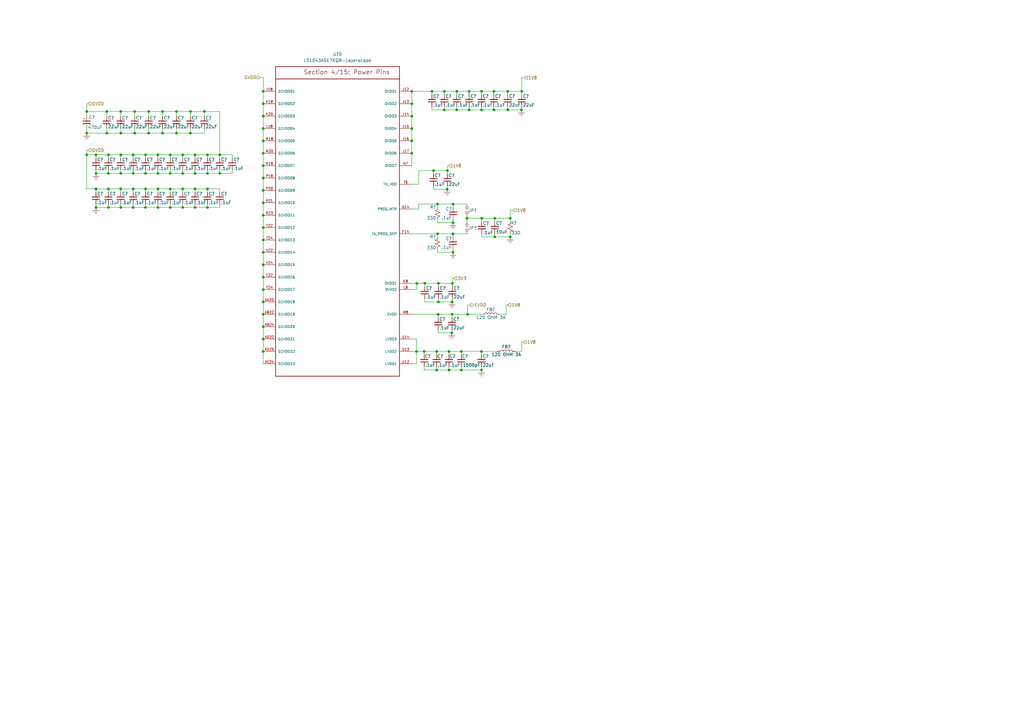
<source format=kicad_sch>
(kicad_sch (version 20200828) (generator eeschema)
  (page 6 9)
  (paper "A3")
  (junction (at 35.56 45.72) (diameter 0.9144))
  (junction (at 35.56 54.61) (diameter 0.9144))
  (junction (at 35.56 63.5) (diameter 0.9144))
  (junction (at 39.37 63.5) (diameter 0.9144))
  (junction (at 39.37 71.12) (diameter 0.9144))
  (junction (at 39.37 77.47) (diameter 0.9144))
  (junction (at 39.37 85.09) (diameter 0.9144))
  (junction (at 43.815 45.72) (diameter 0.9144))
  (junction (at 43.815 54.61) (diameter 0.9144))
  (junction (at 44.45 63.5) (diameter 0.9144))
  (junction (at 44.45 71.12) (diameter 0.9144))
  (junction (at 44.45 77.47) (diameter 0.9144))
  (junction (at 44.45 85.09) (diameter 0.9144))
  (junction (at 49.53 45.72) (diameter 0.9144))
  (junction (at 49.53 54.61) (diameter 0.9144))
  (junction (at 49.53 63.5) (diameter 0.9144))
  (junction (at 49.53 71.12) (diameter 0.9144))
  (junction (at 49.53 77.47) (diameter 0.9144))
  (junction (at 49.53 85.09) (diameter 0.9144))
  (junction (at 54.61 63.5) (diameter 0.9144))
  (junction (at 54.61 71.12) (diameter 0.9144))
  (junction (at 54.61 77.47) (diameter 0.9144))
  (junction (at 54.61 85.09) (diameter 0.9144))
  (junction (at 55.245 45.72) (diameter 0.9144))
  (junction (at 55.245 54.61) (diameter 0.9144))
  (junction (at 59.69 63.5) (diameter 0.9144))
  (junction (at 59.69 71.12) (diameter 0.9144))
  (junction (at 59.69 77.47) (diameter 0.9144))
  (junction (at 59.69 85.09) (diameter 0.9144))
  (junction (at 60.96 45.72) (diameter 0.9144))
  (junction (at 60.96 54.61) (diameter 0.9144))
  (junction (at 64.77 63.5) (diameter 0.9144))
  (junction (at 64.77 71.12) (diameter 0.9144))
  (junction (at 64.77 77.47) (diameter 0.9144))
  (junction (at 64.77 85.09) (diameter 0.9144))
  (junction (at 66.675 45.72) (diameter 0.9144))
  (junction (at 66.675 54.61) (diameter 0.9144))
  (junction (at 69.85 63.5) (diameter 0.9144))
  (junction (at 69.85 71.12) (diameter 0.9144))
  (junction (at 69.85 77.47) (diameter 0.9144))
  (junction (at 69.85 85.09) (diameter 0.9144))
  (junction (at 72.39 45.72) (diameter 0.9144))
  (junction (at 72.39 54.61) (diameter 0.9144))
  (junction (at 74.93 63.5) (diameter 0.9144))
  (junction (at 74.93 71.12) (diameter 0.9144))
  (junction (at 74.93 77.47) (diameter 0.9144))
  (junction (at 74.93 85.09) (diameter 0.9144))
  (junction (at 78.105 45.72) (diameter 0.9144))
  (junction (at 78.105 54.61) (diameter 0.9144))
  (junction (at 80.01 63.5) (diameter 0.9144))
  (junction (at 80.01 71.12) (diameter 0.9144))
  (junction (at 80.01 77.47) (diameter 0.9144))
  (junction (at 80.01 85.09) (diameter 0.9144))
  (junction (at 83.82 45.72) (diameter 0.9144))
  (junction (at 85.09 63.5) (diameter 0.9144))
  (junction (at 85.09 71.12) (diameter 0.9144))
  (junction (at 85.09 77.47) (diameter 0.9144))
  (junction (at 85.09 85.09) (diameter 0.9144))
  (junction (at 90.17 63.5) (diameter 0.9144))
  (junction (at 90.17 71.12) (diameter 0.9144))
  (junction (at 107.95 37.465) (diameter 0.9144))
  (junction (at 107.95 42.545) (diameter 0.9144))
  (junction (at 107.95 47.625) (diameter 0.9144))
  (junction (at 107.95 52.705) (diameter 0.9144))
  (junction (at 107.95 57.785) (diameter 0.9144))
  (junction (at 107.95 62.865) (diameter 0.9144))
  (junction (at 107.95 67.945) (diameter 0.9144))
  (junction (at 107.95 73.025) (diameter 0.9144))
  (junction (at 107.95 78.105) (diameter 0.9144))
  (junction (at 107.95 83.185) (diameter 0.9144))
  (junction (at 107.95 88.265) (diameter 0.9144))
  (junction (at 107.95 93.345) (diameter 0.9144))
  (junction (at 107.95 98.425) (diameter 0.9144))
  (junction (at 107.95 103.505) (diameter 0.9144))
  (junction (at 107.95 108.585) (diameter 0.9144))
  (junction (at 107.95 113.665) (diameter 0.9144))
  (junction (at 107.95 118.745) (diameter 0.9144))
  (junction (at 107.95 123.825) (diameter 0.9144))
  (junction (at 107.95 128.905) (diameter 0.9144))
  (junction (at 107.95 133.985) (diameter 0.9144))
  (junction (at 107.95 139.065) (diameter 0.9144))
  (junction (at 107.95 144.145) (diameter 0.9144))
  (junction (at 168.91 37.465) (diameter 0.9144))
  (junction (at 168.91 42.545) (diameter 0.9144))
  (junction (at 168.91 47.625) (diameter 0.9144))
  (junction (at 168.91 52.705) (diameter 0.9144))
  (junction (at 168.91 57.785) (diameter 0.9144))
  (junction (at 168.91 62.865) (diameter 0.9144))
  (junction (at 170.815 144.145) (diameter 0.9144))
  (junction (at 170.942 116.205) (diameter 0.9144))
  (junction (at 173.99 144.145) (diameter 0.9144))
  (junction (at 174.244 116.205) (diameter 0.9144))
  (junction (at 177.165 37.465) (diameter 0.9144))
  (junction (at 177.8 69.977) (diameter 0.9144))
  (junction (at 179.07 144.145) (diameter 0.9144))
  (junction (at 179.07 151.765) (diameter 0.9144))
  (junction (at 179.451 83.693) (diameter 0.9144))
  (junction (at 179.451 95.885) (diameter 0.9144))
  (junction (at 179.705 128.905) (diameter 0.9144))
  (junction (at 179.832 116.205) (diameter 0.9144))
  (junction (at 179.832 123.825) (diameter 0.9144))
  (junction (at 182.245 37.465) (diameter 0.9144))
  (junction (at 182.245 45.085) (diameter 0.9144))
  (junction (at 183.388 77.597) (diameter 0.9144))
  (junction (at 183.515 69.977) (diameter 0.9144))
  (junction (at 184.15 144.145) (diameter 0.9144))
  (junction (at 184.15 151.765) (diameter 0.9144))
  (junction (at 185.293 136.525) (diameter 0.9144))
  (junction (at 185.42 123.825) (diameter 0.9144))
  (junction (at 185.42 128.905) (diameter 0.9144))
  (junction (at 185.547 116.205) (diameter 0.9144))
  (junction (at 185.801 83.693) (diameter 0.9144))
  (junction (at 185.801 91.313) (diameter 0.9144))
  (junction (at 185.801 95.885) (diameter 0.9144))
  (junction (at 185.801 103.505) (diameter 0.9144))
  (junction (at 187.325 37.465) (diameter 0.9144))
  (junction (at 187.325 45.085) (diameter 0.9144))
  (junction (at 189.23 144.145) (diameter 0.9144))
  (junction (at 189.23 151.765) (diameter 0.9144))
  (junction (at 191.516 89.535) (diameter 0.9144))
  (junction (at 191.77 128.905) (diameter 0.9144))
  (junction (at 192.405 37.465) (diameter 0.9144))
  (junction (at 192.405 45.085) (diameter 0.9144))
  (junction (at 197.485 37.465) (diameter 0.9144))
  (junction (at 197.485 45.085) (diameter 0.9144))
  (junction (at 197.485 144.145) (diameter 0.9144))
  (junction (at 197.485 151.765) (diameter 0.9144))
  (junction (at 197.612 89.535) (diameter 0.9144))
  (junction (at 202.565 37.465) (diameter 0.9144))
  (junction (at 202.565 45.085) (diameter 0.9144))
  (junction (at 202.946 89.535) (diameter 0.9144))
  (junction (at 202.946 97.155) (diameter 0.9144))
  (junction (at 208.28 37.465) (diameter 0.9144))
  (junction (at 208.28 45.085) (diameter 0.9144))
  (junction (at 209.296 89.535) (diameter 0.9144))
  (junction (at 209.296 97.155) (diameter 0.9144))
  (junction (at 213.868 45.085) (diameter 0.9144))
  (junction (at 213.995 37.465) (diameter 0.9144))
  (wire (pts (xy 35.56 42.545) (xy 35.56 45.72)))
  (wire (pts (xy 35.56 45.72) (xy 43.815 45.72)))
  (wire (pts (xy 35.56 47.625) (xy 35.56 45.72)))
  (wire (pts (xy 35.56 52.705) (xy 35.56 54.61)))
  (wire (pts (xy 35.56 54.61) (xy 43.815 54.61)))
  (wire (pts (xy 35.56 61.595) (xy 35.56 63.5)))
  (wire (pts (xy 35.56 63.5) (xy 35.56 77.47)))
  (wire (pts (xy 35.56 77.47) (xy 39.37 77.47)))
  (wire (pts (xy 36.195 42.545) (xy 35.56 42.545)))
  (wire (pts (xy 36.195 61.595) (xy 35.56 61.595)))
  (wire (pts (xy 39.37 63.5) (xy 35.56 63.5)))
  (wire (pts (xy 39.37 63.5) (xy 39.37 64.77)))
  (wire (pts (xy 39.37 69.85) (xy 39.37 71.12)))
  (wire (pts (xy 39.37 71.12) (xy 44.45 71.12)))
  (wire (pts (xy 39.37 77.47) (xy 39.37 78.74)))
  (wire (pts (xy 39.37 83.82) (xy 39.37 85.09)))
  (wire (pts (xy 39.37 85.09) (xy 44.45 85.09)))
  (wire (pts (xy 43.815 45.72) (xy 43.815 47.625)))
  (wire (pts (xy 43.815 45.72) (xy 49.53 45.72)))
  (wire (pts (xy 43.815 52.705) (xy 43.815 54.61)))
  (wire (pts (xy 43.815 54.61) (xy 49.53 54.61)))
  (wire (pts (xy 44.45 63.5) (xy 39.37 63.5)))
  (wire (pts (xy 44.45 63.5) (xy 44.45 64.77)))
  (wire (pts (xy 44.45 63.5) (xy 49.53 63.5)))
  (wire (pts (xy 44.45 69.85) (xy 44.45 71.12)))
  (wire (pts (xy 44.45 71.12) (xy 49.53 71.12)))
  (wire (pts (xy 44.45 77.47) (xy 39.37 77.47)))
  (wire (pts (xy 44.45 77.47) (xy 44.45 78.74)))
  (wire (pts (xy 44.45 77.47) (xy 49.53 77.47)))
  (wire (pts (xy 44.45 83.82) (xy 44.45 85.09)))
  (wire (pts (xy 44.45 85.09) (xy 49.53 85.09)))
  (wire (pts (xy 49.53 45.72) (xy 49.53 47.625)))
  (wire (pts (xy 49.53 45.72) (xy 55.245 45.72)))
  (wire (pts (xy 49.53 52.705) (xy 49.53 54.61)))
  (wire (pts (xy 49.53 54.61) (xy 55.245 54.61)))
  (wire (pts (xy 49.53 63.5) (xy 54.61 63.5)))
  (wire (pts (xy 49.53 64.77) (xy 49.53 63.5)))
  (wire (pts (xy 49.53 69.85) (xy 49.53 71.12)))
  (wire (pts (xy 49.53 71.12) (xy 54.61 71.12)))
  (wire (pts (xy 49.53 77.47) (xy 54.61 77.47)))
  (wire (pts (xy 49.53 78.74) (xy 49.53 77.47)))
  (wire (pts (xy 49.53 83.82) (xy 49.53 85.09)))
  (wire (pts (xy 49.53 85.09) (xy 54.61 85.09)))
  (wire (pts (xy 54.61 63.5) (xy 54.61 64.77)))
  (wire (pts (xy 54.61 63.5) (xy 59.69 63.5)))
  (wire (pts (xy 54.61 69.85) (xy 54.61 71.12)))
  (wire (pts (xy 54.61 71.12) (xy 59.69 71.12)))
  (wire (pts (xy 54.61 77.47) (xy 54.61 78.74)))
  (wire (pts (xy 54.61 77.47) (xy 59.69 77.47)))
  (wire (pts (xy 54.61 83.82) (xy 54.61 85.09)))
  (wire (pts (xy 54.61 85.09) (xy 59.69 85.09)))
  (wire (pts (xy 55.245 45.72) (xy 55.245 47.625)))
  (wire (pts (xy 55.245 45.72) (xy 60.96 45.72)))
  (wire (pts (xy 55.245 52.705) (xy 55.245 54.61)))
  (wire (pts (xy 55.245 54.61) (xy 60.96 54.61)))
  (wire (pts (xy 59.69 63.5) (xy 59.69 64.77)))
  (wire (pts (xy 59.69 63.5) (xy 64.77 63.5)))
  (wire (pts (xy 59.69 69.85) (xy 59.69 71.12)))
  (wire (pts (xy 59.69 71.12) (xy 64.77 71.12)))
  (wire (pts (xy 59.69 77.47) (xy 59.69 78.74)))
  (wire (pts (xy 59.69 77.47) (xy 64.77 77.47)))
  (wire (pts (xy 59.69 83.82) (xy 59.69 85.09)))
  (wire (pts (xy 59.69 85.09) (xy 64.77 85.09)))
  (wire (pts (xy 60.96 45.72) (xy 60.96 47.625)))
  (wire (pts (xy 60.96 45.72) (xy 66.675 45.72)))
  (wire (pts (xy 60.96 52.705) (xy 60.96 54.61)))
  (wire (pts (xy 60.96 54.61) (xy 66.675 54.61)))
  (wire (pts (xy 64.77 63.5) (xy 64.77 64.77)))
  (wire (pts (xy 64.77 63.5) (xy 69.85 63.5)))
  (wire (pts (xy 64.77 69.85) (xy 64.77 71.12)))
  (wire (pts (xy 64.77 71.12) (xy 69.85 71.12)))
  (wire (pts (xy 64.77 77.47) (xy 64.77 78.74)))
  (wire (pts (xy 64.77 77.47) (xy 69.85 77.47)))
  (wire (pts (xy 64.77 83.82) (xy 64.77 85.09)))
  (wire (pts (xy 64.77 85.09) (xy 69.85 85.09)))
  (wire (pts (xy 66.675 45.72) (xy 66.675 47.625)))
  (wire (pts (xy 66.675 45.72) (xy 72.39 45.72)))
  (wire (pts (xy 66.675 52.705) (xy 66.675 54.61)))
  (wire (pts (xy 66.675 54.61) (xy 72.39 54.61)))
  (wire (pts (xy 69.85 63.5) (xy 69.85 64.77)))
  (wire (pts (xy 69.85 63.5) (xy 74.93 63.5)))
  (wire (pts (xy 69.85 71.12) (xy 69.85 69.85)))
  (wire (pts (xy 69.85 71.12) (xy 74.93 71.12)))
  (wire (pts (xy 69.85 77.47) (xy 69.85 78.74)))
  (wire (pts (xy 69.85 77.47) (xy 74.93 77.47)))
  (wire (pts (xy 69.85 85.09) (xy 69.85 83.82)))
  (wire (pts (xy 69.85 85.09) (xy 74.93 85.09)))
  (wire (pts (xy 72.39 45.72) (xy 72.39 47.625)))
  (wire (pts (xy 72.39 45.72) (xy 78.105 45.72)))
  (wire (pts (xy 72.39 52.705) (xy 72.39 54.61)))
  (wire (pts (xy 72.39 54.61) (xy 78.105 54.61)))
  (wire (pts (xy 74.93 63.5) (xy 74.93 64.77)))
  (wire (pts (xy 74.93 63.5) (xy 80.01 63.5)))
  (wire (pts (xy 74.93 71.12) (xy 74.93 69.85)))
  (wire (pts (xy 74.93 71.12) (xy 80.01 71.12)))
  (wire (pts (xy 74.93 77.47) (xy 74.93 78.74)))
  (wire (pts (xy 74.93 77.47) (xy 80.01 77.47)))
  (wire (pts (xy 74.93 85.09) (xy 74.93 83.82)))
  (wire (pts (xy 74.93 85.09) (xy 80.01 85.09)))
  (wire (pts (xy 78.105 45.72) (xy 78.105 47.625)))
  (wire (pts (xy 78.105 45.72) (xy 83.82 45.72)))
  (wire (pts (xy 78.105 52.705) (xy 78.105 54.61)))
  (wire (pts (xy 78.105 54.61) (xy 83.82 54.61)))
  (wire (pts (xy 80.01 63.5) (xy 80.01 64.77)))
  (wire (pts (xy 80.01 63.5) (xy 85.09 63.5)))
  (wire (pts (xy 80.01 69.85) (xy 80.01 71.12)))
  (wire (pts (xy 80.01 71.12) (xy 85.09 71.12)))
  (wire (pts (xy 80.01 77.47) (xy 80.01 78.74)))
  (wire (pts (xy 80.01 77.47) (xy 85.09 77.47)))
  (wire (pts (xy 80.01 83.82) (xy 80.01 85.09)))
  (wire (pts (xy 80.01 85.09) (xy 85.09 85.09)))
  (wire (pts (xy 83.82 45.72) (xy 83.82 47.625)))
  (wire (pts (xy 83.82 45.72) (xy 90.17 45.72)))
  (wire (pts (xy 83.82 54.61) (xy 83.82 52.705)))
  (wire (pts (xy 85.09 63.5) (xy 90.17 63.5)))
  (wire (pts (xy 85.09 64.77) (xy 85.09 63.5)))
  (wire (pts (xy 85.09 69.85) (xy 85.09 71.12)))
  (wire (pts (xy 85.09 71.12) (xy 90.17 71.12)))
  (wire (pts (xy 85.09 77.47) (xy 90.17 77.47)))
  (wire (pts (xy 85.09 78.74) (xy 85.09 77.47)))
  (wire (pts (xy 85.09 83.82) (xy 85.09 85.09)))
  (wire (pts (xy 85.09 85.09) (xy 90.17 85.09)))
  (wire (pts (xy 90.17 45.72) (xy 90.17 63.5)))
  (wire (pts (xy 90.17 63.5) (xy 90.17 64.77)))
  (wire (pts (xy 90.17 63.5) (xy 95.25 63.5)))
  (wire (pts (xy 90.17 69.85) (xy 90.17 71.12)))
  (wire (pts (xy 90.17 71.12) (xy 95.25 71.12)))
  (wire (pts (xy 90.17 77.47) (xy 90.17 78.74)))
  (wire (pts (xy 90.17 83.82) (xy 90.17 85.09)))
  (wire (pts (xy 95.25 63.5) (xy 95.25 64.77)))
  (wire (pts (xy 95.25 69.85) (xy 95.25 71.12)))
  (wire (pts (xy 106.68 31.75) (xy 107.95 31.75)))
  (wire (pts (xy 107.95 31.75) (xy 107.95 37.465)))
  (wire (pts (xy 107.95 37.465) (xy 107.95 42.545)))
  (wire (pts (xy 107.95 42.545) (xy 107.95 47.625)))
  (wire (pts (xy 107.95 47.625) (xy 107.95 52.705)))
  (wire (pts (xy 107.95 52.705) (xy 107.95 57.785)))
  (wire (pts (xy 107.95 57.785) (xy 107.95 62.865)))
  (wire (pts (xy 107.95 62.865) (xy 107.95 67.945)))
  (wire (pts (xy 107.95 67.945) (xy 107.95 73.025)))
  (wire (pts (xy 107.95 73.025) (xy 107.95 78.105)))
  (wire (pts (xy 107.95 78.105) (xy 107.95 83.185)))
  (wire (pts (xy 107.95 83.185) (xy 107.95 88.265)))
  (wire (pts (xy 107.95 88.265) (xy 107.95 93.345)))
  (wire (pts (xy 107.95 93.345) (xy 107.95 98.425)))
  (wire (pts (xy 107.95 98.425) (xy 107.95 103.505)))
  (wire (pts (xy 107.95 103.505) (xy 107.95 108.585)))
  (wire (pts (xy 107.95 108.585) (xy 107.95 113.665)))
  (wire (pts (xy 107.95 113.665) (xy 107.95 118.745)))
  (wire (pts (xy 107.95 118.745) (xy 107.95 123.825)))
  (wire (pts (xy 107.95 123.825) (xy 107.95 128.905)))
  (wire (pts (xy 107.95 128.905) (xy 107.95 133.985)))
  (wire (pts (xy 107.95 133.985) (xy 107.95 139.065)))
  (wire (pts (xy 107.95 139.065) (xy 107.95 144.145)))
  (wire (pts (xy 107.95 144.145) (xy 107.95 149.225)))
  (wire (pts (xy 168.91 37.465) (xy 168.91 42.545)))
  (wire (pts (xy 168.91 37.465) (xy 177.165 37.465)))
  (wire (pts (xy 168.91 42.545) (xy 168.91 47.625)))
  (wire (pts (xy 168.91 47.625) (xy 168.91 52.705)))
  (wire (pts (xy 168.91 52.705) (xy 168.91 57.785)))
  (wire (pts (xy 168.91 57.785) (xy 168.91 62.865)))
  (wire (pts (xy 168.91 62.865) (xy 168.91 67.945)))
  (wire (pts (xy 168.91 95.885) (xy 179.451 95.885)))
  (wire (pts (xy 168.91 116.205) (xy 170.942 116.205)))
  (wire (pts (xy 168.91 128.905) (xy 179.705 128.905)))
  (wire (pts (xy 168.91 139.065) (xy 170.815 139.065)))
  (wire (pts (xy 168.91 144.145) (xy 170.815 144.145)))
  (wire (pts (xy 170.815 139.065) (xy 170.815 144.145)))
  (wire (pts (xy 170.815 144.145) (xy 170.815 149.225)))
  (wire (pts (xy 170.815 144.145) (xy 173.99 144.145)))
  (wire (pts (xy 170.815 149.225) (xy 168.91 149.225)))
  (wire (pts (xy 170.942 116.205) (xy 170.942 118.745)))
  (wire (pts (xy 170.942 116.205) (xy 174.244 116.205)))
  (wire (pts (xy 170.942 118.745) (xy 168.91 118.745)))
  (wire (pts (xy 171.704 69.977) (xy 171.704 75.565)))
  (wire (pts (xy 171.704 75.565) (xy 168.91 75.565)))
  (wire (pts (xy 171.704 83.693) (xy 171.704 85.725)))
  (wire (pts (xy 171.704 83.693) (xy 179.451 83.693)))
  (wire (pts (xy 171.704 85.725) (xy 168.91 85.725)))
  (wire (pts (xy 173.99 145.415) (xy 173.99 144.145)))
  (wire (pts (xy 173.99 150.495) (xy 173.99 151.765)))
  (wire (pts (xy 174.244 116.205) (xy 174.244 117.475)))
  (wire (pts (xy 174.244 116.205) (xy 179.832 116.205)))
  (wire (pts (xy 174.244 122.555) (xy 174.244 123.825)))
  (wire (pts (xy 174.244 123.825) (xy 179.832 123.825)))
  (wire (pts (xy 177.165 37.465) (xy 177.165 38.735)))
  (wire (pts (xy 177.165 43.815) (xy 177.165 45.085)))
  (wire (pts (xy 177.165 45.085) (xy 182.245 45.085)))
  (wire (pts (xy 177.8 69.977) (xy 171.704 69.977)))
  (wire (pts (xy 177.8 69.977) (xy 177.8 71.247)))
  (wire (pts (xy 177.8 69.977) (xy 183.515 69.977)))
  (wire (pts (xy 177.8 76.327) (xy 177.8 77.597)))
  (wire (pts (xy 177.8 77.597) (xy 183.388 77.597)))
  (wire (pts (xy 179.07 144.145) (xy 173.99 144.145)))
  (wire (pts (xy 179.07 144.145) (xy 179.07 145.415)))
  (wire (pts (xy 179.07 144.145) (xy 184.15 144.145)))
  (wire (pts (xy 179.07 150.495) (xy 179.07 151.765)))
  (wire (pts (xy 179.07 151.765) (xy 173.99 151.765)))
  (wire (pts (xy 179.451 83.693) (xy 179.451 84.963)))
  (wire (pts (xy 179.451 90.043) (xy 179.451 91.313)))
  (wire (pts (xy 179.451 95.885) (xy 179.451 97.155)))
  (wire (pts (xy 179.451 102.235) (xy 179.451 103.505)))
  (wire (pts (xy 179.705 128.905) (xy 179.705 130.175)))
  (wire (pts (xy 179.705 128.905) (xy 185.42 128.905)))
  (wire (pts (xy 179.705 135.255) (xy 179.705 136.525)))
  (wire (pts (xy 179.705 136.525) (xy 185.293 136.525)))
  (wire (pts (xy 179.832 116.205) (xy 179.832 117.475)))
  (wire (pts (xy 179.832 116.205) (xy 185.547 116.205)))
  (wire (pts (xy 179.832 122.555) (xy 179.832 123.825)))
  (wire (pts (xy 179.832 123.825) (xy 185.42 123.825)))
  (wire (pts (xy 182.245 37.465) (xy 177.165 37.465)))
  (wire (pts (xy 182.245 37.465) (xy 182.245 38.735)))
  (wire (pts (xy 182.245 37.465) (xy 187.325 37.465)))
  (wire (pts (xy 182.245 43.815) (xy 182.245 45.085)))
  (wire (pts (xy 182.245 45.085) (xy 187.325 45.085)))
  (wire (pts (xy 183.388 77.597) (xy 183.515 77.597)))
  (wire (pts (xy 183.515 67.945) (xy 183.515 69.977)))
  (wire (pts (xy 183.515 69.977) (xy 183.515 71.247)))
  (wire (pts (xy 183.515 76.327) (xy 183.515 77.597)))
  (wire (pts (xy 184.15 67.945) (xy 183.515 67.945)))
  (wire (pts (xy 184.15 144.145) (xy 184.15 145.415)))
  (wire (pts (xy 184.15 150.495) (xy 184.15 151.765)))
  (wire (pts (xy 184.15 151.765) (xy 179.07 151.765)))
  (wire (pts (xy 185.293 136.525) (xy 185.42 136.525)))
  (wire (pts (xy 185.42 123.825) (xy 185.547 123.825)))
  (wire (pts (xy 185.42 128.905) (xy 185.42 130.175)))
  (wire (pts (xy 185.42 128.905) (xy 191.77 128.905)))
  (wire (pts (xy 185.42 135.255) (xy 185.42 136.525)))
  (wire (pts (xy 185.547 114.173) (xy 185.547 116.205)))
  (wire (pts (xy 185.547 116.205) (xy 185.547 117.475)))
  (wire (pts (xy 185.547 122.555) (xy 185.547 123.825)))
  (wire (pts (xy 185.801 83.693) (xy 179.451 83.693)))
  (wire (pts (xy 185.801 83.693) (xy 185.801 84.963)))
  (wire (pts (xy 185.801 90.043) (xy 185.801 91.313)))
  (wire (pts (xy 185.801 91.313) (xy 179.451 91.313)))
  (wire (pts (xy 185.801 95.885) (xy 179.451 95.885)))
  (wire (pts (xy 185.801 95.885) (xy 185.801 97.155)))
  (wire (pts (xy 185.801 102.235) (xy 185.801 103.505)))
  (wire (pts (xy 185.801 103.505) (xy 179.451 103.505)))
  (wire (pts (xy 186.182 114.173) (xy 185.547 114.173)))
  (wire (pts (xy 187.325 37.465) (xy 192.405 37.465)))
  (wire (pts (xy 187.325 38.735) (xy 187.325 37.465)))
  (wire (pts (xy 187.325 43.815) (xy 187.325 45.085)))
  (wire (pts (xy 187.325 45.085) (xy 192.405 45.085)))
  (wire (pts (xy 189.23 144.145) (xy 184.15 144.145)))
  (wire (pts (xy 189.23 144.145) (xy 189.23 145.415)))
  (wire (pts (xy 189.23 144.145) (xy 197.485 144.145)))
  (wire (pts (xy 189.23 150.495) (xy 189.23 151.765)))
  (wire (pts (xy 189.23 151.765) (xy 184.15 151.765)))
  (wire (pts (xy 189.23 151.765) (xy 197.485 151.765)))
  (wire (pts (xy 191.516 83.693) (xy 185.801 83.693)))
  (wire (pts (xy 191.516 89.535) (xy 191.516 88.773)))
  (wire (pts (xy 191.516 89.535) (xy 197.612 89.535)))
  (wire (pts (xy 191.516 90.805) (xy 191.516 89.535)))
  (wire (pts (xy 191.516 95.885) (xy 185.801 95.885)))
  (wire (pts (xy 191.77 125.095) (xy 191.77 128.905)))
  (wire (pts (xy 191.77 128.905) (xy 197.485 128.905)))
  (wire (pts (xy 192.405 37.465) (xy 192.405 38.735)))
  (wire (pts (xy 192.405 37.465) (xy 197.485 37.465)))
  (wire (pts (xy 192.405 43.815) (xy 192.405 45.085)))
  (wire (pts (xy 192.405 45.085) (xy 197.485 45.085)))
  (wire (pts (xy 193.04 125.095) (xy 191.77 125.095)))
  (wire (pts (xy 197.485 37.465) (xy 197.485 38.735)))
  (wire (pts (xy 197.485 37.465) (xy 202.565 37.465)))
  (wire (pts (xy 197.485 43.815) (xy 197.485 45.085)))
  (wire (pts (xy 197.485 45.085) (xy 202.565 45.085)))
  (wire (pts (xy 197.485 144.145) (xy 197.485 145.415)))
  (wire (pts (xy 197.485 144.145) (xy 203.835 144.145)))
  (wire (pts (xy 197.485 151.765) (xy 197.485 150.495)))
  (wire (pts (xy 197.612 89.535) (xy 197.612 90.805)))
  (wire (pts (xy 197.612 89.535) (xy 202.946 89.535)))
  (wire (pts (xy 197.612 95.885) (xy 197.612 97.155)))
  (wire (pts (xy 197.612 97.155) (xy 202.946 97.155)))
  (wire (pts (xy 202.565 37.465) (xy 208.28 37.465)))
  (wire (pts (xy 202.565 38.735) (xy 202.565 37.465)))
  (wire (pts (xy 202.565 43.815) (xy 202.565 45.085)))
  (wire (pts (xy 202.565 45.085) (xy 208.28 45.085)))
  (wire (pts (xy 202.946 89.535) (xy 202.946 90.805)))
  (wire (pts (xy 202.946 89.535) (xy 209.296 89.535)))
  (wire (pts (xy 202.946 95.885) (xy 202.946 97.155)))
  (wire (pts (xy 202.946 97.155) (xy 209.296 97.155)))
  (wire (pts (xy 207.645 125.095) (xy 207.645 128.905)))
  (wire (pts (xy 207.645 128.905) (xy 205.105 128.905)))
  (wire (pts (xy 208.28 37.465) (xy 208.28 38.735)))
  (wire (pts (xy 208.28 37.465) (xy 213.995 37.465)))
  (wire (pts (xy 208.28 43.815) (xy 208.28 45.085)))
  (wire (pts (xy 208.28 45.085) (xy 213.868 45.085)))
  (wire (pts (xy 208.28 125.095) (xy 207.645 125.095)))
  (wire (pts (xy 209.296 86.233) (xy 209.296 89.535)))
  (wire (pts (xy 209.296 86.233) (xy 210.566 86.233)))
  (wire (pts (xy 209.296 89.535) (xy 209.296 90.805)))
  (wire (pts (xy 209.296 97.155) (xy 209.296 95.885)))
  (wire (pts (xy 213.868 45.085) (xy 213.995 45.085)))
  (wire (pts (xy 213.995 31.877) (xy 213.995 37.465)))
  (wire (pts (xy 213.995 37.465) (xy 213.995 38.735)))
  (wire (pts (xy 213.995 45.085) (xy 213.995 43.815)))
  (wire (pts (xy 213.995 140.335) (xy 213.995 144.145)))
  (wire (pts (xy 213.995 144.145) (xy 211.455 144.145)))
  (wire (pts (xy 214.63 140.335) (xy 213.995 140.335)))
  (wire (pts (xy 215.138 31.877) (xy 213.995 31.877)))
  (hierarchical_label "GVDD" (shape input) (at 36.195 42.545 0))
  (hierarchical_label "GVDD" (shape input) (at 36.195 61.595 0))
  (hierarchical_label "GVDD" (shape input) (at 106.68 31.75 180))
  (hierarchical_label "1V8" (shape input) (at 184.15 67.945 0))
  (hierarchical_label "3V3" (shape input) (at 186.182 114.173 0))
  (hierarchical_label "EVDD" (shape output) (at 193.04 125.095 0))
  (hierarchical_label "1V8" (shape input) (at 208.28 125.095 0))
  (hierarchical_label "1V8" (shape input) (at 210.566 86.233 0))
  (hierarchical_label "1V8" (shape input) (at 214.63 140.335 0))
  (hierarchical_label "1V8" (shape input) (at 215.138 31.877 0))
  (symbol (lib_id "Device:Jumper_NO_Small") (at 191.516 86.233 90) (unit 1)
    (property "Reference" "JP?" (at 193.802 86.36 90))
    (property "Value" "SolderJumper_2_Open" (effects hide))
  )
  (symbol (lib_id "Device:Jumper_NO_Small") (at 191.516 93.345 90) (unit 1)
    (property "Reference" "JP?" (at 193.802 93.472 90))
    (property "Value" "SolderJumper_2_Open" (effects hide))
  )
  (symbol (lib_id "Device:L") (at 201.295 128.905 270) (mirror x) (unit 1)
    (property "Reference" "FB?" (at 201.295 127 90))
    (property "Value" "120 OHM 3A" (at 201.295 130.175 90))
    (property "Footprint" "Inductor_SMD:L_0603_1608Metric" (effects hide))
    (property "PartsBoxID" "0603-120R-3A" (effects hide))
  )
  (symbol (lib_id "Device:L") (at 207.645 144.145 270) (mirror x) (unit 1)
    (property "Reference" "FB?" (at 207.645 142.24 90))
    (property "Value" "120 OHM 3A" (at 207.645 145.415 90))
    (property "Footprint" "Inductor_SMD:L_0603_1608Metric" (effects hide))
    (property "PartsBoxID" "0603-120R-3A" (effects hide))
  )
  (symbol (lib_id "AP2100-rescue:GND-Scott") (at 35.56 54.61 0) (mirror y) (unit 1)
    (property "Reference" "#PWR?" (effects hide))
    (property "Value" "GND" (effects hide))
  )
  (symbol (lib_id "AP2100-rescue:GND-Scott") (at 39.37 71.12 0) (mirror y) (unit 1)
    (property "Reference" "#PWR?" (effects hide))
    (property "Value" "GND" (effects hide))
  )
  (symbol (lib_id "AP2100-rescue:GND-Scott") (at 39.37 85.09 0) (mirror y) (unit 1)
    (property "Reference" "#PWR?" (effects hide))
    (property "Value" "GND" (effects hide))
  )
  (symbol (lib_id "AP2100-rescue:GND-Scott") (at 183.388 77.597 0) (mirror y) (unit 1)
    (property "Reference" "#PWR?" (effects hide))
    (property "Value" "GND" (effects hide))
  )
  (symbol (lib_id "AP2100-rescue:GND-Scott") (at 185.293 136.525 0) (mirror y) (unit 1)
    (property "Reference" "#PWR?" (effects hide))
    (property "Value" "GND" (effects hide))
  )
  (symbol (lib_id "AP2100-rescue:GND-Scott") (at 185.42 123.825 0) (mirror y) (unit 1)
    (property "Reference" "#PWR?" (effects hide))
    (property "Value" "GND" (effects hide))
  )
  (symbol (lib_id "AP2100-rescue:GND-Scott") (at 185.801 91.313 0) (unit 1)
    (property "Reference" "#PWR?" (effects hide))
    (property "Value" "GND" (effects hide))
  )
  (symbol (lib_id "AP2100-rescue:GND-Scott") (at 185.801 103.505 0) (unit 1)
    (property "Reference" "#PWR?" (effects hide))
    (property "Value" "GND" (effects hide))
  )
  (symbol (lib_id "AP2100-rescue:GND-Scott") (at 197.485 151.765 0) (unit 1)
    (property "Reference" "#PWR?" (effects hide))
    (property "Value" "GND" (effects hide))
  )
  (symbol (lib_id "AP2100-rescue:GND-Scott") (at 209.296 97.155 0) (unit 1)
    (property "Reference" "#PWR?" (effects hide))
    (property "Value" "GND" (effects hide))
  )
  (symbol (lib_id "AP2100-rescue:GND-Scott") (at 213.868 45.085 0) (mirror y) (unit 1)
    (property "Reference" "#PWR?" (effects hide))
    (property "Value" "GND" (effects hide))
  )
  (symbol (lib_id "Device:R_Small_US") (at 179.451 87.503 0) (mirror x) (unit 1)
    (property "Reference" "R?" (at 176.276 84.963 0) (effects (justify left)))
    (property "Value" "330" (at 175.006 89.408 0) (effects (justify left)))
    (property "Footprint" "Resistor_SMD:R_0402_1005Metric" (effects hide))
    (property "PartsBoxID" "0402-330-1%" (effects hide))
  )
  (symbol (lib_id "Device:R_Small_US") (at 179.451 99.695 0) (mirror x) (unit 1)
    (property "Reference" "R?" (at 176.276 97.155 0) (effects (justify left)))
    (property "Value" "330" (at 175.006 101.6 0) (effects (justify left)))
    (property "Footprint" "Resistor_SMD:R_0402_1005Metric" (effects hide))
    (property "PartsBoxID" "0402-330-1%" (effects hide))
  )
  (symbol (lib_id "Device:R_Small_US") (at 209.296 93.345 0) (mirror y) (unit 1)
    (property "Reference" "R?" (at 211.963 91.567 0) (effects (justify left)))
    (property "Value" "330" (at 213.487 95.504 0) (effects (justify left)))
    (property "Footprint" "Resistor_SMD:R_0402_1005Metric" (effects hide))
    (property "PartsBoxID" "0402-330-1%" (effects hide))
  )
  (symbol (lib_id "Device:CP1_Small") (at 35.56 50.165 0) (unit 1)
    (property "Reference" "C?" (at 38.9382 48.1584 0) (effects (justify right)))
    (property "Value" "470uF" (at 42.1132 52.197 0) (effects (justify right)))
    (property "Footprint" "Capacitor_SMD:C_Elec_10x10.2" (effects hide))
    (property "Datasheet" "https://www.mouser.com/datasheet/2/315/ABA0000C1229-1316762.pdf" (effects hide))
    (property "PartsBoxID" "10x10.2-470uF-AOP-25V" (effects hide))
    (property "MPN" "EEH-ZK1E471P" (effects hide))
    (property "SPR" "Capacitor_SMD:C_1210_3225Metric" (effects hide))
    (property "SPN" "22uF" (effects hide))
  )
  (symbol (lib_id "Device:C_Small") (at 39.37 67.31 180) (unit 1)
    (property "Reference" "C?" (at 39.8018 65.5066 0) (effects (justify right)))
    (property "Value" ".1uF" (at 39.8018 69.088 0) (effects (justify right)))
    (property "Footprint" "Capacitor_SMD:C_0201_0603Metric" (effects hide))
    (property "PartsBoxID" "0201-.1uF-X5R-25V" (effects hide))
    (property "MPN" "-" (effects hide))
    (property "SPR" "-" (effects hide))
    (property "SPN" "-" (effects hide))
    (property "SPURL" "-" (effects hide))
  )
  (symbol (lib_id "Device:C_Small") (at 39.37 81.28 180) (unit 1)
    (property "Reference" "C?" (at 39.8018 79.4766 0) (effects (justify right)))
    (property "Value" ".1uF" (at 39.8018 83.058 0) (effects (justify right)))
    (property "Footprint" "Capacitor_SMD:C_0201_0603Metric" (effects hide))
    (property "PartsBoxID" "0201-.1uF-X5R-25V" (effects hide))
    (property "MPN" "-" (effects hide))
    (property "SPR" "-" (effects hide))
    (property "SPN" "-" (effects hide))
    (property "SPURL" "-" (effects hide))
  )
  (symbol (lib_id "Device:C_Small") (at 43.815 50.165 180) (unit 1)
    (property "Reference" "C?" (at 44.2468 48.3616 0) (effects (justify right)))
    (property "Value" "22uF" (at 44.2468 51.943 0) (effects (justify right)))
    (property "Footprint" "Capacitor_SMD:C_0805_2012Metric" (effects hide))
    (property "PartsBoxID" "0805-22uF-X7R-25V" (effects hide))
    (property "MPN" "-" (effects hide))
    (property "SPR" "Capacitor_SMD:C_1210_3225Metric" (effects hide))
    (property "SPN" "22uF" (effects hide))
  )
  (symbol (lib_id "Device:C_Small") (at 44.45 67.31 180) (unit 1)
    (property "Reference" "C?" (at 44.8818 65.5066 0) (effects (justify right)))
    (property "Value" ".1uF" (at 44.8818 69.088 0) (effects (justify right)))
    (property "Footprint" "Capacitor_SMD:C_0201_0603Metric" (effects hide))
    (property "PartsBoxID" "0201-.1uF-X5R-25V" (effects hide))
    (property "MPN" "-" (effects hide))
    (property "SPR" "-" (effects hide))
    (property "SPN" "-" (effects hide))
    (property "SPURL" "-" (effects hide))
  )
  (symbol (lib_id "Device:C_Small") (at 44.45 81.28 180) (unit 1)
    (property "Reference" "C?" (at 44.8818 79.4766 0) (effects (justify right)))
    (property "Value" ".1uF" (at 44.8818 83.058 0) (effects (justify right)))
    (property "Footprint" "Capacitor_SMD:C_0201_0603Metric" (effects hide))
    (property "PartsBoxID" "0201-.1uF-X5R-25V" (effects hide))
    (property "MPN" "-" (effects hide))
    (property "SPR" "-" (effects hide))
    (property "SPN" "-" (effects hide))
    (property "SPURL" "-" (effects hide))
  )
  (symbol (lib_id "Device:C_Small") (at 49.53 50.165 180) (unit 1)
    (property "Reference" "C?" (at 49.9618 48.3616 0) (effects (justify right)))
    (property "Value" "22uF" (at 49.9618 51.943 0) (effects (justify right)))
    (property "Footprint" "Capacitor_SMD:C_0805_2012Metric" (effects hide))
    (property "PartsBoxID" "0805-22uF-X7R-25V" (effects hide))
    (property "MPN" "-" (effects hide))
    (property "SPR" "Capacitor_SMD:C_1210_3225Metric" (effects hide))
    (property "SPN" "22uF" (effects hide))
  )
  (symbol (lib_id "Device:C_Small") (at 49.53 67.31 180) (unit 1)
    (property "Reference" "C?" (at 49.9618 65.5066 0) (effects (justify right)))
    (property "Value" ".1uF" (at 49.9618 69.088 0) (effects (justify right)))
    (property "Footprint" "Capacitor_SMD:C_0201_0603Metric" (effects hide))
    (property "PartsBoxID" "0201-.1uF-X5R-25V" (effects hide))
    (property "MPN" "-" (effects hide))
    (property "SPR" "-" (effects hide))
    (property "SPN" "-" (effects hide))
    (property "SPURL" "-" (effects hide))
  )
  (symbol (lib_id "Device:C_Small") (at 49.53 81.28 180) (unit 1)
    (property "Reference" "C?" (at 49.9618 79.4766 0) (effects (justify right)))
    (property "Value" ".1uF" (at 49.9618 83.058 0) (effects (justify right)))
    (property "Footprint" "Capacitor_SMD:C_0201_0603Metric" (effects hide))
    (property "PartsBoxID" "0201-.1uF-X5R-25V" (effects hide))
    (property "MPN" "-" (effects hide))
    (property "SPR" "-" (effects hide))
    (property "SPN" "-" (effects hide))
    (property "SPURL" "-" (effects hide))
  )
  (symbol (lib_id "Device:C_Small") (at 54.61 67.31 180) (unit 1)
    (property "Reference" "C?" (at 55.0418 65.5066 0) (effects (justify right)))
    (property "Value" ".1uF" (at 55.0418 69.088 0) (effects (justify right)))
    (property "Footprint" "Capacitor_SMD:C_0201_0603Metric" (effects hide))
    (property "PartsBoxID" "0201-.1uF-X5R-25V" (effects hide))
    (property "MPN" "-" (effects hide))
    (property "SPR" "-" (effects hide))
    (property "SPN" "-" (effects hide))
    (property "SPURL" "-" (effects hide))
  )
  (symbol (lib_id "Device:C_Small") (at 54.61 81.28 180) (unit 1)
    (property "Reference" "C?" (at 55.0418 79.4766 0) (effects (justify right)))
    (property "Value" ".1uF" (at 55.0418 83.058 0) (effects (justify right)))
    (property "Footprint" "Capacitor_SMD:C_0201_0603Metric" (effects hide))
    (property "PartsBoxID" "0201-.1uF-X5R-25V" (effects hide))
    (property "MPN" "-" (effects hide))
    (property "SPR" "-" (effects hide))
    (property "SPN" "-" (effects hide))
    (property "SPURL" "-" (effects hide))
  )
  (symbol (lib_id "Device:C_Small") (at 55.245 50.165 180) (unit 1)
    (property "Reference" "C?" (at 55.6768 48.3616 0) (effects (justify right)))
    (property "Value" "22uF" (at 55.6768 51.943 0) (effects (justify right)))
    (property "Footprint" "Capacitor_SMD:C_0805_2012Metric" (effects hide))
    (property "PartsBoxID" "0805-22uF-X7R-25V" (effects hide))
    (property "MPN" "-" (effects hide))
    (property "SPR" "Capacitor_SMD:C_1210_3225Metric" (effects hide))
    (property "SPN" "22uF" (effects hide))
  )
  (symbol (lib_id "Device:C_Small") (at 59.69 67.31 180) (unit 1)
    (property "Reference" "C?" (at 60.1218 65.5066 0) (effects (justify right)))
    (property "Value" ".1uF" (at 60.1218 69.088 0) (effects (justify right)))
    (property "Footprint" "Capacitor_SMD:C_0201_0603Metric" (effects hide))
    (property "PartsBoxID" "0201-.1uF-X5R-25V" (effects hide))
    (property "MPN" "-" (effects hide))
    (property "SPR" "-" (effects hide))
    (property "SPN" "-" (effects hide))
    (property "SPURL" "-" (effects hide))
  )
  (symbol (lib_id "Device:C_Small") (at 59.69 81.28 180) (unit 1)
    (property "Reference" "C?" (at 60.1218 79.4766 0) (effects (justify right)))
    (property "Value" ".1uF" (at 60.1218 83.058 0) (effects (justify right)))
    (property "Footprint" "Capacitor_SMD:C_0201_0603Metric" (effects hide))
    (property "PartsBoxID" "0201-.1uF-X5R-25V" (effects hide))
    (property "MPN" "-" (effects hide))
    (property "SPR" "-" (effects hide))
    (property "SPN" "-" (effects hide))
    (property "SPURL" "-" (effects hide))
  )
  (symbol (lib_id "Device:C_Small") (at 60.96 50.165 180) (unit 1)
    (property "Reference" "C?" (at 61.3918 48.3616 0) (effects (justify right)))
    (property "Value" "22uF" (at 61.3918 51.943 0) (effects (justify right)))
    (property "Footprint" "Capacitor_SMD:C_0805_2012Metric" (effects hide))
    (property "PartsBoxID" "0805-22uF-X7R-25V" (effects hide))
    (property "MPN" "-" (effects hide))
    (property "SPR" "Capacitor_SMD:C_1210_3225Metric" (effects hide))
    (property "SPN" "22uF" (effects hide))
  )
  (symbol (lib_id "Device:C_Small") (at 64.77 67.31 180) (unit 1)
    (property "Reference" "C?" (at 65.2018 65.5066 0) (effects (justify right)))
    (property "Value" ".1uF" (at 65.2018 69.088 0) (effects (justify right)))
    (property "Footprint" "Capacitor_SMD:C_0201_0603Metric" (effects hide))
    (property "PartsBoxID" "0201-.1uF-X5R-25V" (effects hide))
    (property "MPN" "-" (effects hide))
    (property "SPR" "-" (effects hide))
    (property "SPN" "-" (effects hide))
    (property "SPURL" "-" (effects hide))
  )
  (symbol (lib_id "Device:C_Small") (at 64.77 81.28 180) (unit 1)
    (property "Reference" "C?" (at 65.2018 79.4766 0) (effects (justify right)))
    (property "Value" ".1uF" (at 65.2018 83.058 0) (effects (justify right)))
    (property "Footprint" "Capacitor_SMD:C_0201_0603Metric" (effects hide))
    (property "PartsBoxID" "0201-.1uF-X5R-25V" (effects hide))
    (property "MPN" "-" (effects hide))
    (property "SPR" "-" (effects hide))
    (property "SPN" "-" (effects hide))
    (property "SPURL" "-" (effects hide))
  )
  (symbol (lib_id "Device:C_Small") (at 66.675 50.165 180) (unit 1)
    (property "Reference" "C?" (at 67.1068 48.3616 0) (effects (justify right)))
    (property "Value" "22uF" (at 67.1068 51.943 0) (effects (justify right)))
    (property "Footprint" "Capacitor_SMD:C_0805_2012Metric" (effects hide))
    (property "PartsBoxID" "0805-22uF-X7R-25V" (effects hide))
    (property "MPN" "-" (effects hide))
    (property "SPR" "Capacitor_SMD:C_1210_3225Metric" (effects hide))
    (property "SPN" "22uF" (effects hide))
  )
  (symbol (lib_id "Device:C_Small") (at 69.85 67.31 180) (unit 1)
    (property "Reference" "C?" (at 70.2818 65.5066 0) (effects (justify right)))
    (property "Value" ".1uF" (at 70.2818 69.088 0) (effects (justify right)))
    (property "Footprint" "Capacitor_SMD:C_0201_0603Metric" (effects hide))
    (property "PartsBoxID" "0201-.1uF-X5R-25V" (effects hide))
    (property "MPN" "-" (effects hide))
    (property "SPR" "-" (effects hide))
    (property "SPN" "-" (effects hide))
    (property "SPURL" "-" (effects hide))
  )
  (symbol (lib_id "Device:C_Small") (at 69.85 81.28 180) (unit 1)
    (property "Reference" "C?" (at 70.2818 79.4766 0) (effects (justify right)))
    (property "Value" ".1uF" (at 70.2818 83.058 0) (effects (justify right)))
    (property "Footprint" "Capacitor_SMD:C_0201_0603Metric" (effects hide))
    (property "PartsBoxID" "0201-.1uF-X5R-25V" (effects hide))
    (property "MPN" "-" (effects hide))
    (property "SPR" "-" (effects hide))
    (property "SPN" "-" (effects hide))
    (property "SPURL" "-" (effects hide))
  )
  (symbol (lib_id "Device:C_Small") (at 72.39 50.165 180) (unit 1)
    (property "Reference" "C?" (at 72.8218 48.3616 0) (effects (justify right)))
    (property "Value" "22uF" (at 72.8218 51.943 0) (effects (justify right)))
    (property "Footprint" "Capacitor_SMD:C_0805_2012Metric" (effects hide))
    (property "PartsBoxID" "0805-22uF-X7R-25V" (effects hide))
    (property "MPN" "-" (effects hide))
    (property "SPR" "Capacitor_SMD:C_1210_3225Metric" (effects hide))
    (property "SPN" "22uF" (effects hide))
  )
  (symbol (lib_id "Device:C_Small") (at 74.93 67.31 180) (unit 1)
    (property "Reference" "C?" (at 75.3618 65.5066 0) (effects (justify right)))
    (property "Value" ".1uF" (at 75.3618 69.088 0) (effects (justify right)))
    (property "Footprint" "Capacitor_SMD:C_0201_0603Metric" (effects hide))
    (property "PartsBoxID" "0201-.1uF-X5R-25V" (effects hide))
    (property "MPN" "-" (effects hide))
    (property "SPR" "-" (effects hide))
    (property "SPN" "-" (effects hide))
    (property "SPURL" "-" (effects hide))
  )
  (symbol (lib_id "Device:C_Small") (at 74.93 81.28 180) (unit 1)
    (property "Reference" "C?" (at 75.3618 79.4766 0) (effects (justify right)))
    (property "Value" ".1uF" (at 75.3618 83.058 0) (effects (justify right)))
    (property "Footprint" "Capacitor_SMD:C_0201_0603Metric" (effects hide))
    (property "PartsBoxID" "0201-.1uF-X5R-25V" (effects hide))
    (property "MPN" "-" (effects hide))
    (property "SPR" "-" (effects hide))
    (property "SPN" "-" (effects hide))
    (property "SPURL" "-" (effects hide))
  )
  (symbol (lib_id "Device:C_Small") (at 78.105 50.165 180) (unit 1)
    (property "Reference" "C?" (at 78.5368 48.3616 0) (effects (justify right)))
    (property "Value" "22uF" (at 78.5368 51.943 0) (effects (justify right)))
    (property "Footprint" "Capacitor_SMD:C_0805_2012Metric" (effects hide))
    (property "PartsBoxID" "0805-22uF-X7R-25V" (effects hide))
    (property "MPN" "-" (effects hide))
    (property "SPR" "Capacitor_SMD:C_1210_3225Metric" (effects hide))
    (property "SPN" "22uF" (effects hide))
  )
  (symbol (lib_id "Device:C_Small") (at 80.01 67.31 180) (unit 1)
    (property "Reference" "C?" (at 80.4418 65.5066 0) (effects (justify right)))
    (property "Value" ".1uF" (at 80.4418 69.088 0) (effects (justify right)))
    (property "Footprint" "Capacitor_SMD:C_0201_0603Metric" (effects hide))
    (property "PartsBoxID" "0201-.1uF-X5R-25V" (effects hide))
    (property "MPN" "-" (effects hide))
    (property "SPR" "-" (effects hide))
    (property "SPN" "-" (effects hide))
    (property "SPURL" "-" (effects hide))
  )
  (symbol (lib_id "Device:C_Small") (at 80.01 81.28 180) (unit 1)
    (property "Reference" "C?" (at 80.4418 79.4766 0) (effects (justify right)))
    (property "Value" ".1uF" (at 80.4418 83.058 0) (effects (justify right)))
    (property "Footprint" "Capacitor_SMD:C_0201_0603Metric" (effects hide))
    (property "PartsBoxID" "0201-.1uF-X5R-25V" (effects hide))
    (property "MPN" "-" (effects hide))
    (property "SPR" "-" (effects hide))
    (property "SPN" "-" (effects hide))
    (property "SPURL" "-" (effects hide))
  )
  (symbol (lib_id "Device:C_Small") (at 83.82 50.165 180) (unit 1)
    (property "Reference" "C?" (at 84.2518 48.3616 0) (effects (justify right)))
    (property "Value" "22uF" (at 84.2518 51.943 0) (effects (justify right)))
    (property "Footprint" "Capacitor_SMD:C_0805_2012Metric" (effects hide))
    (property "PartsBoxID" "0805-22uF-X7R-25V" (effects hide))
    (property "MPN" "-" (effects hide))
    (property "SPR" "Capacitor_SMD:C_1210_3225Metric" (effects hide))
    (property "SPN" "22uF" (effects hide))
  )
  (symbol (lib_id "Device:C_Small") (at 85.09 67.31 180) (unit 1)
    (property "Reference" "C?" (at 85.5218 65.5066 0) (effects (justify right)))
    (property "Value" ".1uF" (at 85.5218 69.088 0) (effects (justify right)))
    (property "Footprint" "Capacitor_SMD:C_0201_0603Metric" (effects hide))
    (property "PartsBoxID" "0201-.1uF-X5R-25V" (effects hide))
    (property "MPN" "-" (effects hide))
    (property "SPR" "-" (effects hide))
    (property "SPN" "-" (effects hide))
    (property "SPURL" "-" (effects hide))
  )
  (symbol (lib_id "Device:C_Small") (at 85.09 81.28 180) (unit 1)
    (property "Reference" "C?" (at 85.5218 79.4766 0) (effects (justify right)))
    (property "Value" ".1uF" (at 85.5218 83.058 0) (effects (justify right)))
    (property "Footprint" "Capacitor_SMD:C_0201_0603Metric" (effects hide))
    (property "PartsBoxID" "0201-.1uF-X5R-25V" (effects hide))
    (property "MPN" "-" (effects hide))
    (property "SPR" "-" (effects hide))
    (property "SPN" "-" (effects hide))
    (property "SPURL" "-" (effects hide))
  )
  (symbol (lib_id "Device:C_Small") (at 90.17 67.31 180) (unit 1)
    (property "Reference" "C?" (at 90.6018 65.5066 0) (effects (justify right)))
    (property "Value" ".1uF" (at 90.6018 69.088 0) (effects (justify right)))
    (property "Footprint" "Capacitor_SMD:C_0201_0603Metric" (effects hide))
    (property "PartsBoxID" "0201-.1uF-X5R-25V" (effects hide))
    (property "MPN" "-" (effects hide))
    (property "SPR" "-" (effects hide))
    (property "SPN" "-" (effects hide))
    (property "SPURL" "-" (effects hide))
  )
  (symbol (lib_id "Device:C_Small") (at 90.17 81.28 180) (unit 1)
    (property "Reference" "C?" (at 90.6018 79.4766 0) (effects (justify right)))
    (property "Value" ".1uF" (at 90.6018 83.058 0) (effects (justify right)))
    (property "Footprint" "Capacitor_SMD:C_0201_0603Metric" (effects hide))
    (property "PartsBoxID" "0201-.1uF-X5R-25V" (effects hide))
    (property "MPN" "-" (effects hide))
    (property "SPR" "-" (effects hide))
    (property "SPN" "-" (effects hide))
    (property "SPURL" "-" (effects hide))
  )
  (symbol (lib_id "Device:C_Small") (at 95.25 67.31 180) (unit 1)
    (property "Reference" "C?" (at 95.6818 65.5066 0) (effects (justify right)))
    (property "Value" ".1uF" (at 95.6818 69.088 0) (effects (justify right)))
    (property "Footprint" "Capacitor_SMD:C_0201_0603Metric" (effects hide))
    (property "PartsBoxID" "0201-.1uF-X5R-25V" (effects hide))
    (property "MPN" "-" (effects hide))
    (property "SPR" "-" (effects hide))
    (property "SPN" "-" (effects hide))
    (property "SPURL" "-" (effects hide))
  )
  (symbol (lib_id "Device:C_Small") (at 173.99 147.955 0) (mirror x) (unit 1)
    (property "Reference" "C?" (at 176.7332 146.1516 0) (effects (justify right)))
    (property "Value" ".1uF" (at 178.6382 149.733 0) (effects (justify right)))
    (property "Footprint" "Capacitor_SMD:C_0201_0603Metric" (effects hide))
    (property "PartsBoxID" "0201-.1uF-X5R-25V" (effects hide))
    (property "MPN" "-" (effects hide))
    (property "SPR" "-" (effects hide))
    (property "SPN" "-" (effects hide))
    (property "SPURL" "-" (effects hide))
  )
  (symbol (lib_id "Device:C_Small") (at 174.244 120.015 180) (unit 1)
    (property "Reference" "C?" (at 174.6758 118.2116 0) (effects (justify right)))
    (property "Value" ".1uF" (at 174.6758 121.793 0) (effects (justify right)))
    (property "Footprint" "Capacitor_SMD:C_0201_0603Metric" (effects hide))
    (property "PartsBoxID" "0201-.1uF-X5R-25V" (effects hide))
    (property "MPN" "-" (effects hide))
    (property "SPR" "-" (effects hide))
    (property "SPN" "-" (effects hide))
    (property "SPURL" "-" (effects hide))
  )
  (symbol (lib_id "Device:C_Small") (at 177.165 41.275 180) (unit 1)
    (property "Reference" "C?" (at 177.5968 39.4716 0) (effects (justify right)))
    (property "Value" ".1uF" (at 177.5968 43.053 0) (effects (justify right)))
    (property "Footprint" "Capacitor_SMD:C_0201_0603Metric" (effects hide))
    (property "PartsBoxID" "0201-.1uF-X5R-25V" (effects hide))
    (property "MPN" "-" (effects hide))
    (property "SPR" "-" (effects hide))
    (property "SPN" "-" (effects hide))
    (property "SPURL" "-" (effects hide))
  )
  (symbol (lib_id "Device:C_Small") (at 177.8 73.787 180) (unit 1)
    (property "Reference" "C?" (at 178.2318 71.9836 0) (effects (justify right)))
    (property "Value" ".1uF" (at 178.2318 75.565 0) (effects (justify right)))
    (property "Footprint" "Capacitor_SMD:C_0201_0603Metric" (effects hide))
    (property "PartsBoxID" "0201-.1uF-X5R-25V" (effects hide))
    (property "MPN" "-" (effects hide))
    (property "SPR" "-" (effects hide))
    (property "SPN" "-" (effects hide))
    (property "SPURL" "-" (effects hide))
  )
  (symbol (lib_id "Device:C_Small") (at 179.07 147.955 0) (mirror x) (unit 1)
    (property "Reference" "C?" (at 181.8132 146.1516 0) (effects (justify right)))
    (property "Value" ".1uF" (at 183.7182 149.733 0) (effects (justify right)))
    (property "Footprint" "Capacitor_SMD:C_0201_0603Metric" (effects hide))
    (property "PartsBoxID" "0201-.1uF-X5R-25V" (effects hide))
    (property "MPN" "-" (effects hide))
    (property "SPR" "-" (effects hide))
    (property "SPN" "-" (effects hide))
    (property "SPURL" "-" (effects hide))
  )
  (symbol (lib_id "Device:C_Small") (at 179.705 132.715 180) (unit 1)
    (property "Reference" "C?" (at 180.1368 130.9116 0) (effects (justify right)))
    (property "Value" ".1uF" (at 180.1368 134.493 0) (effects (justify right)))
    (property "Footprint" "Capacitor_SMD:C_0201_0603Metric" (effects hide))
    (property "PartsBoxID" "0201-.1uF-X5R-25V" (effects hide))
    (property "MPN" "-" (effects hide))
    (property "SPR" "-" (effects hide))
    (property "SPN" "-" (effects hide))
    (property "SPURL" "-" (effects hide))
  )
  (symbol (lib_id "Device:C_Small") (at 179.832 120.015 180) (unit 1)
    (property "Reference" "C?" (at 180.2638 118.2116 0) (effects (justify right)))
    (property "Value" ".1uF" (at 180.2638 121.793 0) (effects (justify right)))
    (property "Footprint" "Capacitor_SMD:C_0201_0603Metric" (effects hide))
    (property "PartsBoxID" "0201-.1uF-X5R-25V" (effects hide))
    (property "MPN" "-" (effects hide))
    (property "SPR" "-" (effects hide))
    (property "SPN" "-" (effects hide))
    (property "SPURL" "-" (effects hide))
  )
  (symbol (lib_id "Device:C_Small") (at 182.245 41.275 180) (unit 1)
    (property "Reference" "C?" (at 182.6768 39.4716 0) (effects (justify right)))
    (property "Value" ".1uF" (at 182.6768 43.053 0) (effects (justify right)))
    (property "Footprint" "Capacitor_SMD:C_0201_0603Metric" (effects hide))
    (property "PartsBoxID" "0201-.1uF-X5R-25V" (effects hide))
    (property "MPN" "-" (effects hide))
    (property "SPR" "-" (effects hide))
    (property "SPN" "-" (effects hide))
    (property "SPURL" "-" (effects hide))
  )
  (symbol (lib_id "Device:C_Small") (at 183.515 73.787 180) (unit 1)
    (property "Reference" "C?" (at 183.9468 71.9836 0) (effects (justify right)))
    (property "Value" "22uF" (at 183.9468 75.565 0) (effects (justify right)))
    (property "Footprint" "Capacitor_SMD:C_0805_2012Metric" (effects hide))
    (property "PartsBoxID" "0805-22uF-X7R-25V" (effects hide))
    (property "MPN" "-" (effects hide))
    (property "SPR" "Capacitor_SMD:C_1210_3225Metric" (effects hide))
    (property "SPN" "22uF" (effects hide))
  )
  (symbol (lib_id "Device:C_Small") (at 184.15 147.955 0) (mirror x) (unit 1)
    (property "Reference" "C?" (at 186.8932 146.1516 0) (effects (justify right)))
    (property "Value" ".1uF" (at 188.7982 149.733 0) (effects (justify right)))
    (property "Footprint" "Capacitor_SMD:C_0201_0603Metric" (effects hide))
    (property "PartsBoxID" "0201-.1uF-X5R-25V" (effects hide))
    (property "MPN" "-" (effects hide))
    (property "SPR" "-" (effects hide))
    (property "SPN" "-" (effects hide))
    (property "SPURL" "-" (effects hide))
  )
  (symbol (lib_id "Device:C_Small") (at 185.42 132.715 180) (unit 1)
    (property "Reference" "C?" (at 185.8518 130.9116 0) (effects (justify right)))
    (property "Value" "22uF" (at 185.8518 134.493 0) (effects (justify right)))
    (property "Footprint" "Capacitor_SMD:C_0805_2012Metric" (effects hide))
    (property "PartsBoxID" "0805-22uF-X7R-25V" (effects hide))
    (property "MPN" "-" (effects hide))
    (property "SPR" "Capacitor_SMD:C_1210_3225Metric" (effects hide))
    (property "SPN" "22uF" (effects hide))
  )
  (symbol (lib_id "Device:C_Small") (at 185.547 120.015 180) (unit 1)
    (property "Reference" "C?" (at 185.9788 118.2116 0) (effects (justify right)))
    (property "Value" "22uF" (at 185.9788 121.793 0) (effects (justify right)))
    (property "Footprint" "Capacitor_SMD:C_0805_2012Metric" (effects hide))
    (property "PartsBoxID" "0805-22uF-X7R-25V" (effects hide))
    (property "MPN" "-" (effects hide))
    (property "SPR" "Capacitor_SMD:C_1210_3225Metric" (effects hide))
    (property "SPN" "22uF" (effects hide))
  )
  (symbol (lib_id "Device:C_Small") (at 185.801 87.503 0) (mirror x) (unit 1)
    (property "Reference" "C?" (at 185.3692 85.6996 0) (effects (justify right)))
    (property "Value" ".1uF" (at 185.3692 89.281 0) (effects (justify right)))
    (property "Footprint" "Capacitor_SMD:C_0201_0603Metric" (effects hide))
    (property "PartsBoxID" "0201-.1uF-X5R-25V" (effects hide))
    (property "MPN" "-" (effects hide))
    (property "SPR" "-" (effects hide))
    (property "SPN" "-" (effects hide))
    (property "SPURL" "-" (effects hide))
  )
  (symbol (lib_id "Device:C_Small") (at 185.801 99.695 0) (mirror x) (unit 1)
    (property "Reference" "C?" (at 185.3692 97.8916 0) (effects (justify right)))
    (property "Value" ".1uF" (at 185.3692 101.473 0) (effects (justify right)))
    (property "Footprint" "Capacitor_SMD:C_0201_0603Metric" (effects hide))
    (property "PartsBoxID" "0201-.1uF-X5R-25V" (effects hide))
    (property "MPN" "-" (effects hide))
    (property "SPR" "-" (effects hide))
    (property "SPN" "-" (effects hide))
    (property "SPURL" "-" (effects hide))
  )
  (symbol (lib_id "Device:C_Small") (at 187.325 41.275 180) (unit 1)
    (property "Reference" "C?" (at 187.7568 39.4716 0) (effects (justify right)))
    (property "Value" ".1uF" (at 187.7568 43.053 0) (effects (justify right)))
    (property "Footprint" "Capacitor_SMD:C_0201_0603Metric" (effects hide))
    (property "PartsBoxID" "0201-.1uF-X5R-25V" (effects hide))
    (property "MPN" "-" (effects hide))
    (property "SPR" "-" (effects hide))
    (property "SPN" "-" (effects hide))
    (property "SPURL" "-" (effects hide))
  )
  (symbol (lib_id "Device:C_Small") (at 189.23 147.955 0) (mirror x) (unit 1)
    (property "Reference" "C?" (at 191.9732 146.1516 0) (effects (justify right)))
    (property "Value" "1500pF" (at 197.0532 149.733 0) (effects (justify right)))
    (property "Footprint" "Capacitor_SMD:C_0201_0603Metric" (effects hide))
    (property "PartsBoxID" "0201-1500pF-X5R-25V" (effects hide))
    (property "MPN" "-" (effects hide))
    (property "SPR" "-" (effects hide))
    (property "SPN" "-" (effects hide))
    (property "SPURL" "-" (effects hide))
  )
  (symbol (lib_id "Device:C_Small") (at 192.405 41.275 180) (unit 1)
    (property "Reference" "C?" (at 192.8368 39.4716 0) (effects (justify right)))
    (property "Value" ".1uF" (at 192.8368 43.053 0) (effects (justify right)))
    (property "Footprint" "Capacitor_SMD:C_0201_0603Metric" (effects hide))
    (property "PartsBoxID" "0201-.1uF-X5R-25V" (effects hide))
    (property "MPN" "-" (effects hide))
    (property "SPR" "-" (effects hide))
    (property "SPN" "-" (effects hide))
    (property "SPURL" "-" (effects hide))
  )
  (symbol (lib_id "Device:C_Small") (at 197.485 41.275 180) (unit 1)
    (property "Reference" "C?" (at 197.9168 39.4716 0) (effects (justify right)))
    (property "Value" ".1uF" (at 197.9168 43.053 0) (effects (justify right)))
    (property "Footprint" "Capacitor_SMD:C_0201_0603Metric" (effects hide))
    (property "PartsBoxID" "0201-.1uF-X5R-25V" (effects hide))
    (property "MPN" "-" (effects hide))
    (property "SPR" "-" (effects hide))
    (property "SPN" "-" (effects hide))
    (property "SPURL" "-" (effects hide))
  )
  (symbol (lib_id "Device:C_Small") (at 197.485 147.955 180) (unit 1)
    (property "Reference" "C?" (at 197.9168 146.1516 0) (effects (justify right)))
    (property "Value" "22uF" (at 197.9168 149.733 0) (effects (justify right)))
    (property "Footprint" "Capacitor_SMD:C_0805_2012Metric" (effects hide))
    (property "PartsBoxID" "0805-22uF-X7R-25V" (effects hide))
    (property "MPN" "-" (effects hide))
    (property "SPR" "Capacitor_SMD:C_1210_3225Metric" (effects hide))
    (property "SPN" "22uF" (effects hide))
  )
  (symbol (lib_id "Device:C_Small") (at 197.612 93.345 0) (mirror y) (unit 1)
    (property "Reference" "C?" (at 198.0438 91.5924 0) (effects (justify right)))
    (property "Value" ".1uF" (at 198.0438 95.377 0) (effects (justify right)))
    (property "Footprint" "Capacitor_SMD:C_0201_0603Metric" (effects hide))
    (property "PartsBoxID" "0201-.1uF-X5R-25V" (effects hide))
    (property "MPN" "-" (effects hide))
    (property "SPR" "-" (effects hide))
    (property "SPN" "-" (effects hide))
    (property "SPURL" "-" (effects hide))
  )
  (symbol (lib_id "Device:C_Small") (at 202.565 41.275 180) (unit 1)
    (property "Reference" "C?" (at 202.9968 39.4716 0) (effects (justify right)))
    (property "Value" ".1uF" (at 202.9968 43.053 0) (effects (justify right)))
    (property "Footprint" "Capacitor_SMD:C_0201_0603Metric" (effects hide))
    (property "PartsBoxID" "0201-.1uF-X5R-25V" (effects hide))
    (property "MPN" "-" (effects hide))
    (property "SPR" "-" (effects hide))
    (property "SPN" "-" (effects hide))
    (property "SPURL" "-" (effects hide))
  )
  (symbol (lib_id "Device:C_Small") (at 202.946 93.345 180) (unit 1)
    (property "Reference" "C?" (at 203.3778 91.5416 0) (effects (justify right)))
    (property "Value" "10uF" (at 203.3778 95.123 0) (effects (justify right)))
    (property "Footprint" "Capacitor_SMD:C_0805_2012Metric" (effects hide))
    (property "PartsBoxID" "0805-10uF-X7R-25V" (effects hide))
    (property "MPN" "-" (effects hide))
    (property "SPR" "Capacitor_SMD:C_1210_3225Metric" (effects hide))
    (property "SPN" "22uF" (effects hide))
  )
  (symbol (lib_id "Device:C_Small") (at 208.28 41.275 180) (unit 1)
    (property "Reference" "C?" (at 208.7118 39.4716 0) (effects (justify right)))
    (property "Value" "22uF" (at 208.7118 43.053 0) (effects (justify right)))
    (property "Footprint" "Capacitor_SMD:C_0805_2012Metric" (effects hide))
    (property "PartsBoxID" "0805-22uF-X7R-25V" (effects hide))
    (property "MPN" "-" (effects hide))
    (property "SPR" "Capacitor_SMD:C_1210_3225Metric" (effects hide))
    (property "SPN" "22uF" (effects hide))
  )
  (symbol (lib_id "Device:C_Small") (at 213.995 41.275 180) (unit 1)
    (property "Reference" "C?" (at 214.4268 39.4716 0) (effects (justify right)))
    (property "Value" "22uF" (at 214.4268 43.053 0) (effects (justify right)))
    (property "Footprint" "Capacitor_SMD:C_0805_2012Metric" (effects hide))
    (property "PartsBoxID" "0805-22uF-X7R-25V" (effects hide))
    (property "MPN" "-" (effects hide))
    (property "SPR" "Capacitor_SMD:C_1210_3225Metric" (effects hide))
    (property "SPN" "22uF" (effects hide))
  )
  (symbol (lib_id "AP2100-rescue:LS1043ASE7KQB-Layerscape") (at 137.16 92.075 0) (unit 4)
    (property "Reference" "U?" (at 138.43 22.225 0))
    (property "Value" "LS1043ASE7KQB-Layerscape" (at 138.43 24.765 0))
    (property "Footprint" "PLS1043ASE7QQA:BGA621C80P25X25_2100X2100X192N" (effects hide))
  )
)
</source>
